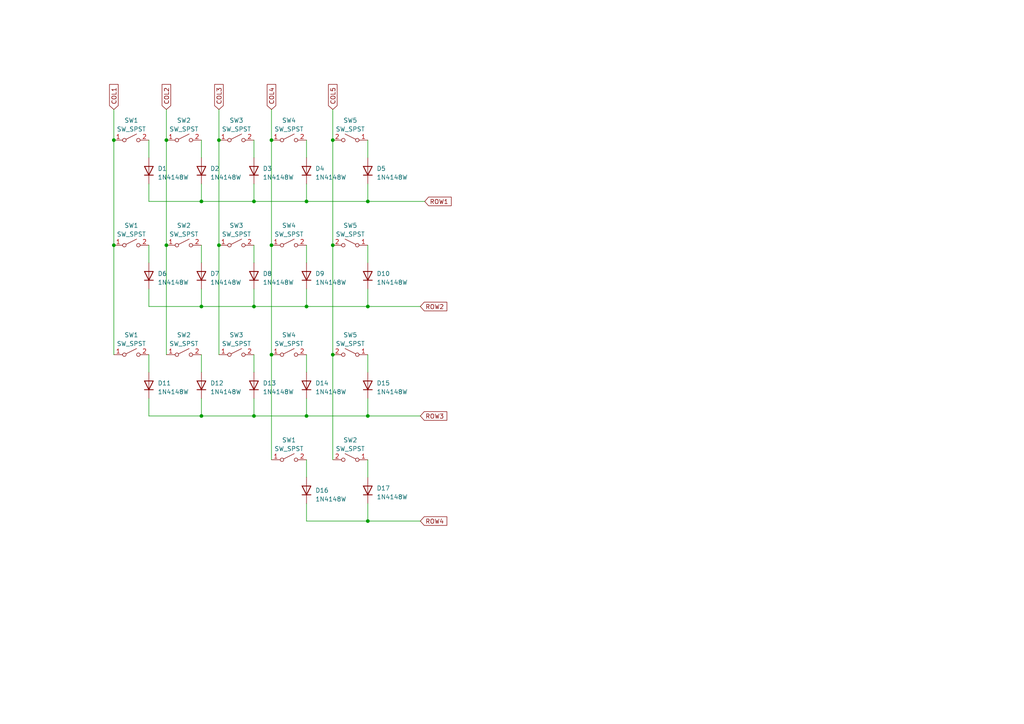
<source format=kicad_sch>
(kicad_sch (version 20230121) (generator eeschema)
  (paper "A4")
  (lib_symbols
    (symbol "Diode:1N4148W" (pin_numbers hide) (pin_names hide)
      (property "Reference" "D" (at 0 2.54 0))
      (property "Value" "1N4148W" (at 0 -2.54 0))
      (symbol "1N4148W_0_1"
        (polyline (pts (xy -1.27 1.27) (xy -1.27 -1.27)) (stroke (width 0.254)))
        (polyline (pts (xy 1.27 0) (xy -1.27 0)))
        (polyline (pts (xy 1.27 1.27) (xy 1.27 -1.27) (xy -1.27 0) (xy 1.27 1.27)) (stroke (width 0.254)))
      )
      (symbol "1N4148W_1_1"
        (pin passive line (at -3.81 0 0) (length 2.54) (name "K") (number "1"))
        (pin passive line (at 3.81 0 180) (length 2.54) (name "A") (number "2"))
      )
    )
    (symbol "Switch:SW_SPST" (pin_names (offset 0) hide)
      (property "Reference" "SW" (at 0 3.175 0))
      (property "Value" "SW_SPST" (at 0 -2.54 0))
      (symbol "SW_SPST_0_0"
        (circle (center -2.032 0) (radius 0.508))
        (polyline (pts (xy -1.524 0.254) (xy 1.524 1.778)))
        (circle (center 2.032 0) (radius 0.508))
      )
      (symbol "SW_SPST_1_1"
        (pin passive line (at -5.08 0 0) (length 2.54) (name "A") (number "1"))
        (pin passive line (at 5.08 0 180) (length 2.54) (name "B") (number "2"))
      )
    )
  )
  (junction (at 96.52 71.12))
  (junction (at 73.66 120.65))
  (junction (at 58.42 88.9))
  (junction (at 63.5 71.12))
  (junction (at 88.9 88.9))
  (junction (at 33.02 40.64))
  (junction (at 106.68 88.9))
  (junction (at 96.52 40.64))
  (junction (at 88.9 120.65))
  (junction (at 106.68 120.65))
  (junction (at 73.66 88.9))
  (junction (at 78.74 102.87))
  (junction (at 58.42 120.65))
  (junction (at 33.02 71.12))
  (junction (at 88.9 58.42))
  (junction (at 63.5 40.64))
  (junction (at 48.26 71.12))
  (junction (at 78.74 71.12))
  (junction (at 73.66 58.42))
  (junction (at 48.26 40.64))
  (junction (at 106.68 58.42))
  (junction (at 96.52 102.87))
  (junction (at 78.74 40.64))
  (junction (at 58.42 58.42))
  (junction (at 106.68 151.13))
  (wire (pts (xy 106.68 83.82) (xy 106.68 88.9)))
  (wire (pts (xy 43.18 58.42) (xy 58.42 58.42)))
  (wire (pts (xy 43.18 102.87) (xy 43.18 107.95)))
  (wire (pts (xy 58.42 102.87) (xy 58.42 107.95)))
  (wire (pts (xy 78.74 40.64) (xy 78.74 71.12)))
  (wire (pts (xy 48.26 31.75) (xy 48.26 40.64)))
  (wire (pts (xy 106.68 53.34) (xy 106.68 58.42)))
  (wire (pts (xy 106.68 151.13) (xy 121.92 151.13)))
  (wire (pts (xy 73.66 71.12) (xy 73.66 76.2)))
  (wire (pts (xy 43.18 40.64) (xy 43.18 45.72)))
  (wire (pts (xy 58.42 71.12) (xy 58.42 76.2)))
  (wire (pts (xy 33.02 31.75) (xy 33.02 40.64)))
  (wire (pts (xy 43.18 71.12) (xy 43.18 76.2)))
  (wire (pts (xy 106.68 133.35) (xy 106.68 138.43)))
  (wire (pts (xy 78.74 31.75) (xy 78.74 40.64)))
  (wire (pts (xy 88.9 146.05) (xy 88.9 151.13)))
  (wire (pts (xy 73.66 58.42) (xy 73.66 53.34)))
  (wire (pts (xy 96.52 40.64) (xy 96.52 71.12)))
  (wire (pts (xy 58.42 58.42) (xy 58.42 53.34)))
  (wire (pts (xy 58.42 88.9) (xy 58.42 83.82)))
  (wire (pts (xy 88.9 58.42) (xy 73.66 58.42)))
  (wire (pts (xy 88.9 71.12) (xy 88.9 76.2)))
  (wire (pts (xy 73.66 40.64) (xy 73.66 45.72)))
  (wire (pts (xy 96.52 31.75) (xy 96.52 40.64)))
  (wire (pts (xy 106.68 88.9) (xy 88.9 88.9)))
  (wire (pts (xy 106.68 115.57) (xy 106.68 120.65)))
  (wire (pts (xy 58.42 120.65) (xy 73.66 120.65)))
  (wire (pts (xy 106.68 40.64) (xy 106.68 45.72)))
  (wire (pts (xy 106.68 88.9) (xy 121.92 88.9)))
  (wire (pts (xy 73.66 88.9) (xy 73.66 83.82)))
  (wire (pts (xy 63.5 40.64) (xy 63.5 71.12)))
  (wire (pts (xy 63.5 71.12) (xy 63.5 102.87)))
  (wire (pts (xy 43.18 88.9) (xy 58.42 88.9)))
  (wire (pts (xy 88.9 53.34) (xy 88.9 58.42)))
  (wire (pts (xy 58.42 40.64) (xy 58.42 45.72)))
  (wire (pts (xy 88.9 133.35) (xy 88.9 138.43)))
  (wire (pts (xy 88.9 120.65) (xy 73.66 120.65)))
  (wire (pts (xy 88.9 40.64) (xy 88.9 45.72)))
  (wire (pts (xy 106.68 120.65) (xy 88.9 120.65)))
  (wire (pts (xy 33.02 40.64) (xy 33.02 71.12)))
  (wire (pts (xy 88.9 102.87) (xy 88.9 107.95)))
  (wire (pts (xy 48.26 71.12) (xy 48.26 102.87)))
  (wire (pts (xy 43.18 53.34) (xy 43.18 58.42)))
  (wire (pts (xy 58.42 58.42) (xy 73.66 58.42)))
  (wire (pts (xy 106.68 120.65) (xy 121.92 120.65)))
  (wire (pts (xy 88.9 115.57) (xy 88.9 120.65)))
  (wire (pts (xy 96.52 102.87) (xy 96.52 133.35)))
  (wire (pts (xy 106.68 151.13) (xy 106.68 146.05)))
  (wire (pts (xy 106.68 58.42) (xy 123.19 58.42)))
  (wire (pts (xy 73.66 102.87) (xy 73.66 107.95)))
  (wire (pts (xy 63.5 31.75) (xy 63.5 40.64)))
  (wire (pts (xy 33.02 71.12) (xy 33.02 102.87)))
  (wire (pts (xy 73.66 120.65) (xy 73.66 115.57)))
  (wire (pts (xy 96.52 71.12) (xy 96.52 102.87)))
  (wire (pts (xy 43.18 120.65) (xy 58.42 120.65)))
  (wire (pts (xy 106.68 102.87) (xy 106.68 107.95)))
  (wire (pts (xy 88.9 88.9) (xy 73.66 88.9)))
  (wire (pts (xy 88.9 151.13) (xy 106.68 151.13)))
  (wire (pts (xy 78.74 71.12) (xy 78.74 102.87)))
  (wire (pts (xy 58.42 88.9) (xy 73.66 88.9)))
  (wire (pts (xy 88.9 83.82) (xy 88.9 88.9)))
  (wire (pts (xy 43.18 83.82) (xy 43.18 88.9)))
  (wire (pts (xy 78.74 102.87) (xy 78.74 133.35)))
  (wire (pts (xy 48.26 40.64) (xy 48.26 71.12)))
  (wire (pts (xy 58.42 120.65) (xy 58.42 115.57)))
  (wire (pts (xy 106.68 58.42) (xy 88.9 58.42)))
  (wire (pts (xy 43.18 115.57) (xy 43.18 120.65)))
  (wire (pts (xy 106.68 71.12) (xy 106.68 76.2)))
  (global_label "COL4" (shape input) (at 78.74 31.75 90) (property "Intersheetrefs" "${INTERSHEET_REFS}" (effects hide)))
  (global_label "ROW1" (shape input) (at 123.19 58.42 0) (property "Intersheetrefs" "${INTERSHEET_REFS}" (effects hide)))
  (global_label "ROW2" (shape input) (at 121.92 88.9 0) (property "Intersheetrefs" "${INTERSHEET_REFS}" (effects hide)))
  (global_label "COL2" (shape input) (at 48.26 31.75 90) (property "Intersheetrefs" "${INTERSHEET_REFS}" (effects hide)))
  (global_label "COL3" (shape input) (at 63.5 31.75 90) (property "Intersheetrefs" "${INTERSHEET_REFS}" (effects hide)))
  (global_label "COL5" (shape input) (at 96.52 31.75 90) (property "Intersheetrefs" "${INTERSHEET_REFS}" (effects hide)))
  (global_label "COL1" (shape input) (at 33.02 31.75 90) (property "Intersheetrefs" "${INTERSHEET_REFS}" (effects hide)))
  (global_label "ROW3" (shape input) (at 121.92 120.65 0) (property "Intersheetrefs" "${INTERSHEET_REFS}" (effects hide)))
  (global_label "ROW4" (shape input) (at 121.92 151.13 0) (property "Intersheetrefs" "${INTERSHEET_REFS}" (effects hide)))
  (symbol (lib_id "Diode:1N4148W") (at 88.9 49.53 90) (unit 1)
    (property "Reference" "D4" (at 91.44 48.895 90) (effects (justify right)))
    (property "Value" "1N4148W" (at 91.44 51.435 90) (effects (justify right)))
    (property "Footprint" "Diode_SMD:D_SOD-123" (effects hide))
    (property "Datasheet" "https://www.vishay.com/docs/85748/1n4148w.pdf" (effects hide))
    (property "Sim.Device" "D" (effects hide))
    (property "Sim.Pins" "1=K 2=A" (effects hide))
  )
  (symbol (lib_id "Diode:1N4148W") (at 106.68 49.53 90) (unit 1)
    (property "Reference" "D5" (at 109.22 48.895 90) (effects (justify right)))
    (property "Value" "1N4148W" (at 109.22 51.435 90) (effects (justify right)))
    (property "Footprint" "Diode_SMD:D_SOD-123" (effects hide))
    (property "Datasheet" "https://www.vishay.com/docs/85748/1n4148w.pdf" (effects hide))
    (property "Sim.Device" "D" (effects hide))
    (property "Sim.Pins" "1=K 2=A" (effects hide))
  )
  (symbol (lib_id "Switch:SW_SPST") (at 68.58 40.64 0) (unit 1)
    (property "Reference" "SW3" (at 68.58 34.925 0))
    (property "Value" "SW_SPST" (at 68.58 37.465 0))
    (property "Footprint" "keyswitches:SW_MX_reversible" (effects hide))
  )
  (symbol (lib_id "Diode:1N4148W") (at 73.66 111.76 90) (unit 1)
    (property "Reference" "D13" (at 76.2 111.125 90) (effects (justify right)))
    (property "Value" "1N4148W" (at 76.2 113.665 90) (effects (justify right)))
    (property "Footprint" "Diode_SMD:D_SOD-123" (effects hide))
    (property "Datasheet" "https://www.vishay.com/docs/85748/1n4148w.pdf" (effects hide))
    (property "Sim.Device" "D" (effects hide))
    (property "Sim.Pins" "1=K 2=A" (effects hide))
  )
  (symbol (lib_id "Diode:1N4148W") (at 58.42 49.53 90) (unit 1)
    (property "Reference" "D2" (at 60.96 48.895 90) (effects (justify right)))
    (property "Value" "1N4148W" (at 60.96 51.435 90) (effects (justify right)))
    (property "Footprint" "Diode_SMD:D_SOD-123" (effects hide))
    (property "Datasheet" "https://www.vishay.com/docs/85748/1n4148w.pdf" (effects hide))
    (property "Sim.Device" "D" (effects hide))
    (property "Sim.Pins" "1=K 2=A" (effects hide))
  )
  (symbol (lib_id "Switch:SW_SPST") (at 101.6 40.64 0) (mirror y) (unit 1)
    (property "Reference" "SW5" (at 101.6 34.925 0))
    (property "Value" "SW_SPST" (at 101.6 37.465 0))
    (property "Footprint" "keyswitches:SW_MX_reversible" (effects hide))
  )
  (symbol (lib_id "Switch:SW_SPST") (at 83.82 133.35 0) (unit 1)
    (property "Reference" "SW1" (at 83.82 127.635 0))
    (property "Value" "SW_SPST" (at 83.82 130.175 0))
    (property "Footprint" "keyswitches:SW_MX_reversible" (effects hide))
    (instances (project "pas_chiffre" (path "" (reference "SW1") (unit 1)) (path "" (reference "SW16") (unit 1))))
  )
  (symbol (lib_id "Diode:1N4148W") (at 43.18 111.76 90) (unit 1)
    (property "Reference" "D11" (at 45.72 111.125 90) (effects (justify right)))
    (property "Value" "1N4148W" (at 45.72 113.665 90) (effects (justify right)))
    (property "Footprint" "Diode_SMD:D_SOD-123" (effects hide))
    (property "Datasheet" "https://www.vishay.com/docs/85748/1n4148w.pdf" (effects hide))
    (property "Sim.Device" "D" (effects hide))
    (property "Sim.Pins" "1=K 2=A" (effects hide))
  )
  (symbol (lib_id "Diode:1N4148W") (at 73.66 80.01 90) (unit 1)
    (property "Reference" "D8" (at 76.2 79.375 90) (effects (justify right)))
    (property "Value" "1N4148W" (at 76.2 81.915 90) (effects (justify right)))
    (property "Footprint" "Diode_SMD:D_SOD-123" (effects hide))
    (property "Datasheet" "https://www.vishay.com/docs/85748/1n4148w.pdf" (effects hide))
    (property "Sim.Device" "D" (effects hide))
    (property "Sim.Pins" "1=K 2=A" (effects hide))
  )
  (symbol (lib_id "Diode:1N4148W") (at 43.18 49.53 90) (unit 1)
    (property "Reference" "D1" (at 45.72 48.895 90) (effects (justify right)))
    (property "Value" "1N4148W" (at 45.72 51.435 90) (effects (justify right)))
    (property "Footprint" "Diode_SMD:D_SOD-123" (effects hide))
    (property "Datasheet" "https://www.vishay.com/docs/85748/1n4148w.pdf" (effects hide))
    (property "Sim.Device" "D" (effects hide))
    (property "Sim.Pins" "1=K 2=A" (effects hide))
  )
  (symbol (lib_id "Diode:1N4148W") (at 73.66 49.53 90) (unit 1)
    (property "Reference" "D3" (at 76.2 48.895 90) (effects (justify right)))
    (property "Value" "1N4148W" (at 76.2 51.435 90) (effects (justify right)))
    (property "Footprint" "Diode_SMD:D_SOD-123" (effects hide))
    (property "Datasheet" "https://www.vishay.com/docs/85748/1n4148w.pdf" (effects hide))
    (property "Sim.Device" "D" (effects hide))
    (property "Sim.Pins" "1=K 2=A" (effects hide))
  )
  (symbol (lib_id "Switch:SW_SPST") (at 83.82 102.87 0) (unit 1)
    (property "Reference" "SW4" (at 83.82 97.155 0))
    (property "Value" "SW_SPST" (at 83.82 99.695 0))
    (property "Footprint" "keyswitches:SW_MX_reversible" (effects hide))
    (instances (project "pas_chiffre" (path "" (reference "SW4") (unit 1)) (path "" (reference "SW14") (unit 1))))
  )
  (symbol (lib_id "Switch:SW_SPST") (at 53.34 40.64 0) (unit 1)
    (property "Reference" "SW2" (at 53.34 34.925 0))
    (property "Value" "SW_SPST" (at 53.34 37.465 0))
    (property "Footprint" "keyswitches:SW_MX_reversible" (effects hide))
  )
  (symbol (lib_id "Switch:SW_SPST") (at 83.82 40.64 0) (unit 1)
    (property "Reference" "SW4" (at 83.82 34.925 0))
    (property "Value" "SW_SPST" (at 83.82 37.465 0))
    (property "Footprint" "keyswitches:SW_MX_reversible" (effects hide))
  )
  (symbol (lib_id "Diode:1N4148W") (at 106.68 80.01 90) (unit 1)
    (property "Reference" "D10" (at 109.22 79.375 90) (effects (justify right)))
    (property "Value" "1N4148W" (at 109.22 81.915 90) (effects (justify right)))
    (property "Footprint" "Diode_SMD:D_SOD-123" (effects hide))
    (property "Datasheet" "https://www.vishay.com/docs/85748/1n4148w.pdf" (effects hide))
    (property "Sim.Device" "D" (effects hide))
    (property "Sim.Pins" "1=K 2=A" (effects hide))
  )
  (symbol (lib_id "Diode:1N4148W") (at 58.42 80.01 90) (unit 1)
    (property "Reference" "D7" (at 60.96 79.375 90) (effects (justify right)))
    (property "Value" "1N4148W" (at 60.96 81.915 90) (effects (justify right)))
    (property "Footprint" "Diode_SMD:D_SOD-123" (effects hide))
    (property "Datasheet" "https://www.vishay.com/docs/85748/1n4148w.pdf" (effects hide))
    (property "Sim.Device" "D" (effects hide))
    (property "Sim.Pins" "1=K 2=A" (effects hide))
  )
  (symbol (lib_id "Switch:SW_SPST") (at 53.34 102.87 0) (unit 1)
    (property "Reference" "SW2" (at 53.34 97.155 0))
    (property "Value" "SW_SPST" (at 53.34 99.695 0))
    (property "Footprint" "keyswitches:SW_MX_reversible" (effects hide))
    (instances (project "pas_chiffre" (path "" (reference "SW2") (unit 1)) (path "" (reference "SW12") (unit 1))))
  )
  (symbol (lib_id "Switch:SW_SPST") (at 101.6 71.12 0) (mirror y) (unit 1)
    (property "Reference" "SW5" (at 101.6 65.405 0))
    (property "Value" "SW_SPST" (at 101.6 67.945 0))
    (property "Footprint" "keyswitches:SW_MX_reversible" (effects hide))
    (instances (project "pas_chiffre" (path "" (reference "SW5") (unit 1)) (path "" (reference "SW10") (unit 1))))
  )
  (symbol (lib_id "Diode:1N4148W") (at 106.68 111.76 90) (unit 1)
    (property "Reference" "D15" (at 109.22 111.125 90) (effects (justify right)))
    (property "Value" "1N4148W" (at 109.22 113.665 90) (effects (justify right)))
    (property "Footprint" "Diode_SMD:D_SOD-123" (effects hide))
    (property "Datasheet" "https://www.vishay.com/docs/85748/1n4148w.pdf" (effects hide))
    (property "Sim.Device" "D" (effects hide))
    (property "Sim.Pins" "1=K 2=A" (effects hide))
  )
  (symbol (lib_id "Switch:SW_SPST") (at 68.58 71.12 0) (unit 1)
    (property "Reference" "SW3" (at 68.58 65.405 0))
    (property "Value" "SW_SPST" (at 68.58 67.945 0))
    (property "Footprint" "keyswitches:SW_MX_reversible" (effects hide))
    (instances (project "pas_chiffre" (path "" (reference "SW3") (unit 1)) (path "" (reference "SW8") (unit 1))))
  )
  (symbol (lib_id "Switch:SW_SPST") (at 38.1 71.12 0) (unit 1)
    (property "Reference" "SW1" (at 38.1 65.405 0))
    (property "Value" "SW_SPST" (at 38.1 67.945 0))
    (property "Footprint" "keyswitches:SW_MX_reversible" (effects hide))
    (instances (project "pas_chiffre" (path "" (reference "SW1") (unit 1)) (path "" (reference "SW6") (unit 1))))
  )
  (symbol (lib_id "Switch:SW_SPST") (at 38.1 40.64 0) (unit 1)
    (property "Reference" "SW1" (at 38.1 34.925 0))
    (property "Value" "SW_SPST" (at 38.1 37.465 0))
    (property "Footprint" "keyswitches:SW_MX_reversible" (effects hide))
  )
  (symbol (lib_id "Switch:SW_SPST") (at 101.6 102.87 0) (mirror y) (unit 1)
    (property "Reference" "SW5" (at 101.6 97.155 0))
    (property "Value" "SW_SPST" (at 101.6 99.695 0))
    (property "Footprint" "keyswitches:SW_MX_reversible" (effects hide))
    (instances (project "pas_chiffre" (path "" (reference "SW5") (unit 1)) (path "" (reference "SW15") (unit 1))))
  )
  (symbol (lib_id "Switch:SW_SPST") (at 68.58 102.87 0) (unit 1)
    (property "Reference" "SW3" (at 68.58 97.155 0))
    (property "Value" "SW_SPST" (at 68.58 99.695 0))
    (property "Footprint" "keyswitches:SW_MX_reversible" (effects hide))
    (instances (project "pas_chiffre" (path "" (reference "SW3") (unit 1)) (path "" (reference "SW13") (unit 1))))
  )
  (symbol (lib_id "Diode:1N4148W") (at 88.9 142.24 90) (unit 1)
    (property "Reference" "D16" (at 91.44 142.24 90) (effects (justify right)))
    (property "Value" "1N4148W" (at 91.44 144.78 90) (effects (justify right)))
    (property "Footprint" "Diode_SMD:D_SOD-123" (effects hide))
    (property "Datasheet" "https://www.vishay.com/docs/85748/1n4148w.pdf" (effects hide))
    (property "Sim.Device" "D" (effects hide))
    (property "Sim.Pins" "1=K 2=A" (effects hide))
  )
  (symbol (lib_id "Switch:SW_SPST") (at 83.82 71.12 0) (unit 1)
    (property "Reference" "SW4" (at 83.82 65.405 0))
    (property "Value" "SW_SPST" (at 83.82 67.945 0))
    (property "Footprint" "keyswitches:SW_MX_reversible" (effects hide))
    (instances (project "pas_chiffre" (path "" (reference "SW4") (unit 1)) (path "" (reference "SW9") (unit 1))))
  )
  (symbol (lib_id "Diode:1N4148W") (at 58.42 111.76 90) (unit 1)
    (property "Reference" "D12" (at 60.96 111.125 90) (effects (justify right)))
    (property "Value" "1N4148W" (at 60.96 113.665 90) (effects (justify right)))
    (property "Footprint" "Diode_SMD:D_SOD-123" (effects hide))
    (property "Datasheet" "https://www.vishay.com/docs/85748/1n4148w.pdf" (effects hide))
    (property "Sim.Device" "D" (effects hide))
    (property "Sim.Pins" "1=K 2=A" (effects hide))
  )
  (symbol (lib_id "Diode:1N4148W") (at 43.18 80.01 90) (unit 1)
    (property "Reference" "D6" (at 45.72 79.375 90) (effects (justify right)))
    (property "Value" "1N4148W" (at 45.72 81.915 90) (effects (justify right)))
    (property "Footprint" "Diode_SMD:D_SOD-123" (effects hide))
    (property "Datasheet" "https://www.vishay.com/docs/85748/1n4148w.pdf" (effects hide))
    (property "Sim.Device" "D" (effects hide))
    (property "Sim.Pins" "1=K 2=A" (effects hide))
  )
  (symbol (lib_id "Diode:1N4148W") (at 106.68 142.24 90) (unit 1)
    (property "Reference" "D17" (at 109.22 141.605 90) (effects (justify right)))
    (property "Value" "1N4148W" (at 109.22 144.145 90) (effects (justify right)))
    (property "Footprint" "Diode_SMD:D_SOD-123" (effects hide))
    (property "Datasheet" "https://www.vishay.com/docs/85748/1n4148w.pdf" (effects hide))
    (property "Sim.Device" "D" (effects hide))
    (property "Sim.Pins" "1=K 2=A" (effects hide))
  )
  (symbol (lib_id "Switch:SW_SPST") (at 38.1 102.87 0) (unit 1)
    (property "Reference" "SW1" (at 38.1 97.155 0))
    (property "Value" "SW_SPST" (at 38.1 99.695 0))
    (property "Footprint" "keyswitches:SW_MX_reversible" (effects hide))
    (instances (project "pas_chiffre" (path "" (reference "SW1") (unit 1)) (path "" (reference "SW11") (unit 1))))
  )
  (symbol (lib_id "Switch:SW_SPST") (at 53.34 71.12 0) (unit 1)
    (property "Reference" "SW2" (at 53.34 65.405 0))
    (property "Value" "SW_SPST" (at 53.34 67.945 0))
    (property "Footprint" "keyswitches:SW_MX_reversible" (effects hide))
    (instances (project "pas_chiffre" (path "" (reference "SW2") (unit 1)) (path "" (reference "SW7") (unit 1))))
  )
  (symbol (lib_id "Switch:SW_SPST") (at 101.6 133.35 0) (mirror y) (unit 1)
    (property "Reference" "SW2" (at 101.6 127.635 0))
    (property "Value" "SW_SPST" (at 101.6 130.175 0))
    (property "Footprint" "keyswitches:SW_MX_reversible" (effects hide))
    (instances (project "pas_chiffre" (path "" (reference "SW2") (unit 1)) (path "" (reference "SW17") (unit 1))))
  )
  (symbol (lib_id "Diode:1N4148W") (at 88.9 80.01 90) (unit 1)
    (property "Reference" "D9" (at 91.44 79.375 90) (effects (justify right)))
    (property "Value" "1N4148W" (at 91.44 81.915 90) (effects (justify right)))
    (property "Footprint" "Diode_SMD:D_SOD-123" (effects hide))
    (property "Datasheet" "https://www.vishay.com/docs/85748/1n4148w.pdf" (effects hide))
    (property "Sim.Device" "D" (effects hide))
    (property "Sim.Pins" "1=K 2=A" (effects hide))
  )
  (symbol (lib_id "Diode:1N4148W") (at 88.9 111.76 90) (unit 1)
    (property "Reference" "D14" (at 91.44 111.125 90) (effects (justify right)))
    (property "Value" "1N4148W" (at 91.44 113.665 90) (effects (justify right)))
    (property "Footprint" "Diode_SMD:D_SOD-123" (effects hide))
    (property "Datasheet" "https://www.vishay.com/docs/85748/1n4148w.pdf" (effects hide))
    (property "Sim.Device" "D" (effects hide))
    (property "Sim.Pins" "1=K 2=A" (effects hide))
  )
)
</source>
